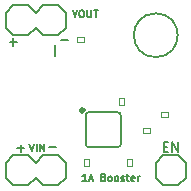
<source format=gbr>
G04 #@! TF.FileFunction,Legend,Top*
%FSLAX46Y46*%
G04 Gerber Fmt 4.6, Leading zero omitted, Abs format (unit mm)*
G04 Created by KiCad (PCBNEW 4.0.6) date 07/21/17 14:00:03*
%MOMM*%
%LPD*%
G01*
G04 APERTURE LIST*
%ADD10C,0.100000*%
%ADD11C,0.152400*%
%ADD12C,0.127000*%
%ADD13C,0.355600*%
%ADD14C,0.203200*%
%ADD15C,0.066040*%
G04 APERTURE END LIST*
D10*
D11*
X67127362Y-83116057D02*
X67746638Y-83116057D01*
X64460362Y-83243057D02*
X65079638Y-83243057D01*
X64770000Y-83552695D02*
X64770000Y-82933419D01*
X68143362Y-74099057D02*
X68762638Y-74099057D01*
X63825362Y-74226057D02*
X64444638Y-74226057D01*
X64135000Y-74535695D02*
X64135000Y-73916419D01*
X76870077Y-83126943D02*
X77141010Y-83126943D01*
X77257124Y-83552695D02*
X76870077Y-83552695D01*
X76870077Y-82739895D01*
X77257124Y-82739895D01*
X77605467Y-83552695D02*
X77605467Y-82739895D01*
X78069924Y-83552695D01*
X78069924Y-82739895D01*
D12*
X69156943Y-71548171D02*
X69360143Y-72157771D01*
X69563343Y-71548171D01*
X69882657Y-71548171D02*
X69998771Y-71548171D01*
X70056829Y-71577200D01*
X70114886Y-71635257D01*
X70143914Y-71751371D01*
X70143914Y-71954571D01*
X70114886Y-72070686D01*
X70056829Y-72128743D01*
X69998771Y-72157771D01*
X69882657Y-72157771D01*
X69824600Y-72128743D01*
X69766543Y-72070686D01*
X69737514Y-71954571D01*
X69737514Y-71751371D01*
X69766543Y-71635257D01*
X69824600Y-71577200D01*
X69882657Y-71548171D01*
X70405172Y-71548171D02*
X70405172Y-72041657D01*
X70434200Y-72099714D01*
X70463229Y-72128743D01*
X70521286Y-72157771D01*
X70637400Y-72157771D01*
X70695458Y-72128743D01*
X70724486Y-72099714D01*
X70753515Y-72041657D01*
X70753515Y-71548171D01*
X70956715Y-71548171D02*
X71305058Y-71548171D01*
X71130887Y-72157771D02*
X71130887Y-71548171D01*
X65499343Y-82851171D02*
X65702543Y-83460771D01*
X65905743Y-82851171D01*
X66108943Y-83460771D02*
X66108943Y-82851171D01*
X66399229Y-83460771D02*
X66399229Y-82851171D01*
X66747572Y-83460771D01*
X66747572Y-82851171D01*
X70343486Y-86000771D02*
X69995143Y-86000771D01*
X70169315Y-86000771D02*
X70169315Y-85391171D01*
X70111258Y-85478257D01*
X70053200Y-85536314D01*
X69995143Y-85565343D01*
X70575714Y-85826600D02*
X70866000Y-85826600D01*
X70517657Y-86000771D02*
X70720857Y-85391171D01*
X70924057Y-86000771D01*
X71794914Y-85681457D02*
X71882000Y-85710486D01*
X71911028Y-85739514D01*
X71940057Y-85797571D01*
X71940057Y-85884657D01*
X71911028Y-85942714D01*
X71882000Y-85971743D01*
X71823942Y-86000771D01*
X71591714Y-86000771D01*
X71591714Y-85391171D01*
X71794914Y-85391171D01*
X71852971Y-85420200D01*
X71882000Y-85449229D01*
X71911028Y-85507286D01*
X71911028Y-85565343D01*
X71882000Y-85623400D01*
X71852971Y-85652429D01*
X71794914Y-85681457D01*
X71591714Y-85681457D01*
X72288400Y-86000771D02*
X72230342Y-85971743D01*
X72201314Y-85942714D01*
X72172285Y-85884657D01*
X72172285Y-85710486D01*
X72201314Y-85652429D01*
X72230342Y-85623400D01*
X72288400Y-85594371D01*
X72375485Y-85594371D01*
X72433542Y-85623400D01*
X72462571Y-85652429D01*
X72491600Y-85710486D01*
X72491600Y-85884657D01*
X72462571Y-85942714D01*
X72433542Y-85971743D01*
X72375485Y-86000771D01*
X72288400Y-86000771D01*
X72839943Y-86000771D02*
X72781885Y-85971743D01*
X72752857Y-85942714D01*
X72723828Y-85884657D01*
X72723828Y-85710486D01*
X72752857Y-85652429D01*
X72781885Y-85623400D01*
X72839943Y-85594371D01*
X72927028Y-85594371D01*
X72985085Y-85623400D01*
X73014114Y-85652429D01*
X73043143Y-85710486D01*
X73043143Y-85884657D01*
X73014114Y-85942714D01*
X72985085Y-85971743D01*
X72927028Y-86000771D01*
X72839943Y-86000771D01*
X73275371Y-85971743D02*
X73333428Y-86000771D01*
X73449543Y-86000771D01*
X73507600Y-85971743D01*
X73536628Y-85913686D01*
X73536628Y-85884657D01*
X73507600Y-85826600D01*
X73449543Y-85797571D01*
X73362457Y-85797571D01*
X73304400Y-85768543D01*
X73275371Y-85710486D01*
X73275371Y-85681457D01*
X73304400Y-85623400D01*
X73362457Y-85594371D01*
X73449543Y-85594371D01*
X73507600Y-85623400D01*
X73710800Y-85594371D02*
X73943029Y-85594371D01*
X73797886Y-85391171D02*
X73797886Y-85913686D01*
X73826914Y-85971743D01*
X73884972Y-86000771D01*
X73943029Y-86000771D01*
X74378457Y-85971743D02*
X74320400Y-86000771D01*
X74204286Y-86000771D01*
X74146229Y-85971743D01*
X74117200Y-85913686D01*
X74117200Y-85681457D01*
X74146229Y-85623400D01*
X74204286Y-85594371D01*
X74320400Y-85594371D01*
X74378457Y-85623400D01*
X74407486Y-85681457D01*
X74407486Y-85739514D01*
X74117200Y-85797571D01*
X74668743Y-86000771D02*
X74668743Y-85594371D01*
X74668743Y-85710486D02*
X74697771Y-85652429D01*
X74726800Y-85623400D01*
X74784857Y-85594371D01*
X74842914Y-85594371D01*
D11*
X70266560Y-82900520D02*
X70266560Y-80441800D01*
X73233280Y-80441800D02*
X73233280Y-82900520D01*
X72984360Y-80182720D02*
X70525640Y-80182720D01*
X70515480Y-83139280D02*
X72984360Y-83139280D01*
D13*
X70116700Y-79997300D02*
G75*
G03X70116700Y-79997300I-152400J0D01*
G01*
D11*
X73233280Y-80431640D02*
G75*
G03X72984360Y-80182720I-248920J0D01*
G01*
X72984360Y-83139280D02*
G75*
G03X73233280Y-82890360I0J248920D01*
G01*
X70266560Y-82890360D02*
G75*
G03X70515480Y-83139280I248920J0D01*
G01*
X70515480Y-80182720D02*
G75*
G03X70266560Y-80431640I0J-248920D01*
G01*
D12*
X67627500Y-74455020D02*
X67627500Y-75404980D01*
D14*
X76200000Y-75514200D02*
G75*
G03X76200000Y-71805800I0J1854200D01*
G01*
X76200000Y-71805800D02*
G75*
G03X76200000Y-75514200I0J-1854200D01*
G01*
X76200000Y-75514200D02*
G75*
G03X76200000Y-71805800I0J1854200D01*
G01*
X76200000Y-71805800D02*
G75*
G03X76200000Y-75514200I0J-1854200D01*
G01*
D15*
X70159880Y-84754720D02*
X70556120Y-84754720D01*
X70556120Y-84754720D02*
X70556120Y-84155280D01*
X70159880Y-84155280D02*
X70556120Y-84155280D01*
X70159880Y-84754720D02*
X70159880Y-84155280D01*
X73477120Y-78948280D02*
X73080880Y-78948280D01*
X73080880Y-78948280D02*
X73080880Y-79547720D01*
X73477120Y-79547720D02*
X73080880Y-79547720D01*
X73477120Y-78948280D02*
X73477120Y-79547720D01*
X75737720Y-81945480D02*
X75737720Y-81549240D01*
X75737720Y-81549240D02*
X75138280Y-81549240D01*
X75138280Y-81945480D02*
X75138280Y-81549240D01*
X75737720Y-81945480D02*
X75138280Y-81945480D01*
X73802240Y-84754720D02*
X74198480Y-84754720D01*
X74198480Y-84754720D02*
X74198480Y-84155280D01*
X73802240Y-84155280D02*
X74198480Y-84155280D01*
X73802240Y-84754720D02*
X73802240Y-84155280D01*
X77261720Y-80548480D02*
X77261720Y-80152240D01*
X77261720Y-80152240D02*
X76662280Y-80152240D01*
X76662280Y-80548480D02*
X76662280Y-80152240D01*
X77261720Y-80548480D02*
X76662280Y-80548480D01*
X69550280Y-73842880D02*
X69550280Y-74239120D01*
X69550280Y-74239120D02*
X70149720Y-74239120D01*
X70149720Y-73842880D02*
X70149720Y-74239120D01*
X69550280Y-73842880D02*
X70149720Y-73842880D01*
D14*
X64135000Y-83820000D02*
X65405000Y-83820000D01*
X65405000Y-83820000D02*
X66040000Y-84455000D01*
X66040000Y-85725000D02*
X65405000Y-86360000D01*
X66040000Y-84455000D02*
X66675000Y-83820000D01*
X66675000Y-83820000D02*
X67945000Y-83820000D01*
X67945000Y-83820000D02*
X68580000Y-84455000D01*
X68580000Y-85725000D02*
X67945000Y-86360000D01*
X67945000Y-86360000D02*
X66675000Y-86360000D01*
X66675000Y-86360000D02*
X66040000Y-85725000D01*
X63500000Y-84455000D02*
X63500000Y-85725000D01*
X64135000Y-83820000D02*
X63500000Y-84455000D01*
X63500000Y-85725000D02*
X64135000Y-86360000D01*
X65405000Y-86360000D02*
X64135000Y-86360000D01*
X68580000Y-84455000D02*
X68580000Y-85725000D01*
X78740000Y-84455000D02*
X78105000Y-83820000D01*
X78105000Y-83820000D02*
X76835000Y-83820000D01*
X76835000Y-83820000D02*
X76200000Y-84455000D01*
X76200000Y-84455000D02*
X76200000Y-85725000D01*
X76200000Y-85725000D02*
X76835000Y-86360000D01*
X76835000Y-86360000D02*
X78105000Y-86360000D01*
X78105000Y-86360000D02*
X78740000Y-85725000D01*
X78740000Y-85725000D02*
X78740000Y-84455000D01*
X67945000Y-73660000D02*
X66675000Y-73660000D01*
X66675000Y-73660000D02*
X66040000Y-73025000D01*
X66040000Y-71755000D02*
X66675000Y-71120000D01*
X66040000Y-73025000D02*
X65405000Y-73660000D01*
X65405000Y-73660000D02*
X64135000Y-73660000D01*
X64135000Y-73660000D02*
X63500000Y-73025000D01*
X63500000Y-71755000D02*
X64135000Y-71120000D01*
X64135000Y-71120000D02*
X65405000Y-71120000D01*
X65405000Y-71120000D02*
X66040000Y-71755000D01*
X68580000Y-73025000D02*
X68580000Y-71755000D01*
X67945000Y-73660000D02*
X68580000Y-73025000D01*
X68580000Y-71755000D02*
X67945000Y-71120000D01*
X66675000Y-71120000D02*
X67945000Y-71120000D01*
X63500000Y-73025000D02*
X63500000Y-71755000D01*
M02*

</source>
